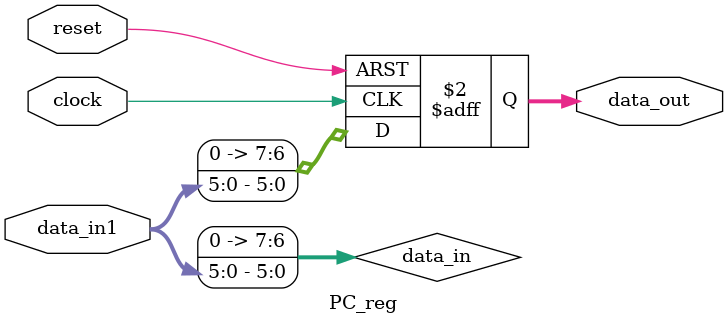
<source format=v>
module PC_reg(
    input wire clock,     // Clock input
    input wire reset,     // Reset input (active high)
    input wire [31:0] data_in1, // Data input (8-bit wide)
    output reg [7:0] data_out // Data output (8-bit wide)
);

wire [7:0] data_in;
assign data_in=data_in1[5:0];
    always @(posedge clock or posedge reset) begin
        if (reset) begin
            data_out <= 8'b0;
				// Reset the register to 0 when reset is active
        end else begin
            data_out <= data_in; // Load data_in into the register on the rising edge of the clock
        end
    end

endmodule

</source>
